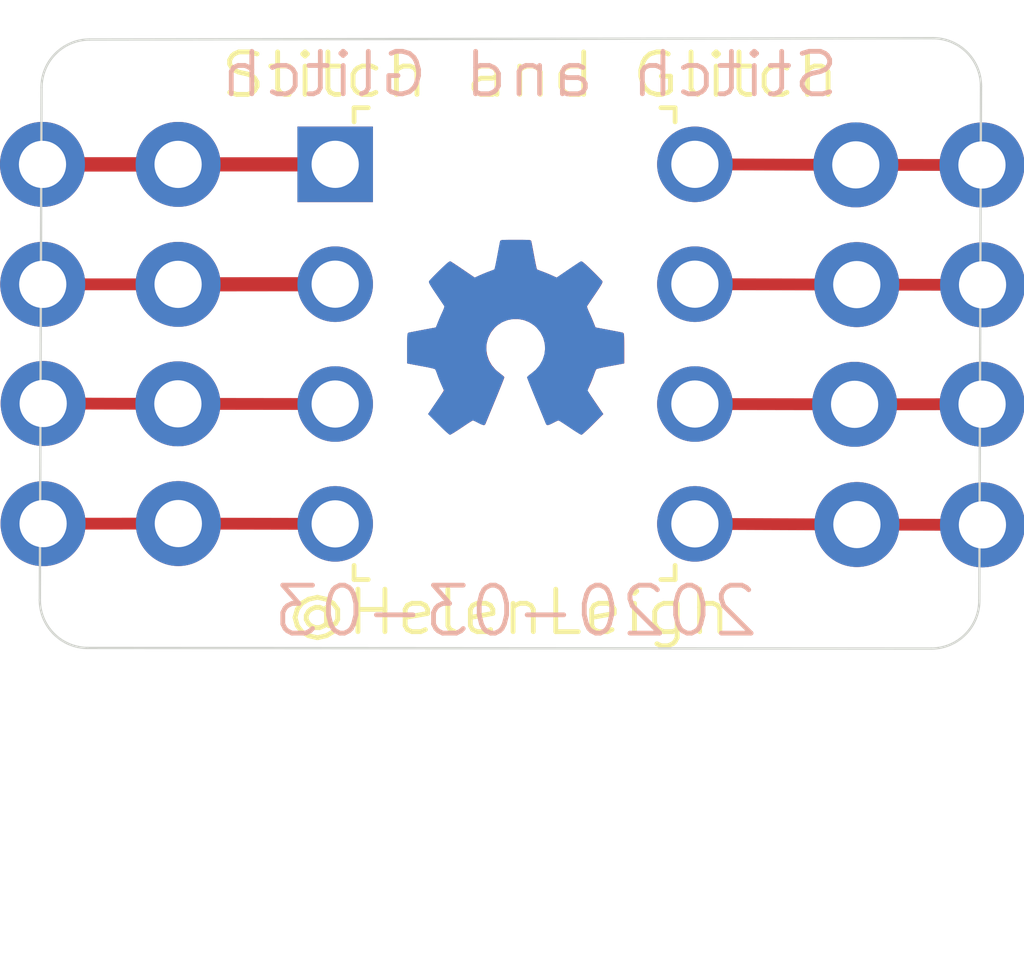
<source format=kicad_pcb>
(kicad_pcb (version 20200119) (host pcbnew "(5.99.0-1023-gd6706c257)")

  (general
    (thickness 1.6)
    (drawings 28)
    (tracks 16)
    (modules 19)
    (nets 7)
  )

  (page "A4")
  (layers
    (0 "F.Cu" signal)
    (31 "B.Cu" signal)
    (32 "B.Adhes" user)
    (33 "F.Adhes" user)
    (34 "B.Paste" user)
    (35 "F.Paste" user)
    (36 "B.SilkS" user)
    (37 "F.SilkS" user)
    (38 "B.Mask" user)
    (39 "F.Mask" user)
    (40 "Dwgs.User" user)
    (41 "Cmts.User" user)
    (42 "Eco1.User" user)
    (43 "Eco2.User" user)
    (44 "Edge.Cuts" user)
    (45 "Margin" user)
    (46 "B.CrtYd" user)
    (47 "F.CrtYd" user)
    (48 "B.Fab" user)
    (49 "F.Fab" user)
  )

  (setup
    (last_trace_width 0.25)
    (trace_clearance 0.2)
    (zone_clearance 0.508)
    (zone_45_only no)
    (trace_min 0.2)
    (via_size 0.8)
    (via_drill 0.4)
    (via_min_size 0.4)
    (via_min_drill 0.3)
    (uvia_size 0.3)
    (uvia_drill 0.1)
    (uvias_allowed no)
    (uvia_min_size 0.2)
    (uvia_min_drill 0.1)
    (max_error 0.005)
    (defaults
      (edge_clearance 0.01)
      (edge_cuts_line_width 0.05)
      (courtyard_line_width 0.05)
      (copper_line_width 0.2)
      (copper_text_dims (size 1.5 1.5) (thickness 0.3))
      (silk_line_width 0.12)
      (silk_text_dims (size 1 1) (thickness 0.15))
      (other_layers_line_width 0.1)
      (other_layers_text_dims (size 1 1) (thickness 0.15))
      (dimension_units 0)
      (dimension_precision 1)
    )
    (pad_size 1.524 1.524)
    (pad_drill 0.762)
    (pad_to_mask_clearance 0.051)
    (solder_mask_min_width 0.25)
    (aux_axis_origin 0 0)
    (visible_elements FFFFFF7F)
    (pcbplotparams
      (layerselection 0x010fc_ffffffff)
      (usegerberextensions false)
      (usegerberattributes false)
      (usegerberadvancedattributes false)
      (creategerberjobfile false)
      (excludeedgelayer true)
      (linewidth 0.100000)
      (plotframeref false)
      (viasonmask false)
      (mode 1)
      (useauxorigin false)
      (hpglpennumber 1)
      (hpglpenspeed 20)
      (hpglpendiameter 15.000000)
      (psnegative false)
      (psa4output false)
      (plotreference true)
      (plotvalue true)
      (plotinvisibletext false)
      (padsonsilk false)
      (subtractmaskfromsilk false)
      (outputformat 1)
      (mirror false)
      (drillshape 0)
      (scaleselection 1)
      (outputdirectory "")
    )
  )

  (net 0 "")
  (net 1 "Net-(J1-Pad1)")
  (net 2 "+3V3")
  (net 3 "Net-(J4-Pad1)")
  (net 4 "Net-(J15-Pad1)")
  (net 5 "GND")
  (net 6 "Net-(J11-Pad1)")

  (net_class "Default" "This is the default net class."
    (clearance 0.2)
    (trace_width 0.25)
    (via_dia 0.8)
    (via_drill 0.4)
    (uvia_dia 0.3)
    (uvia_drill 0.1)
    (add_net "+3V3")
    (add_net "GND")
    (add_net "Net-(J1-Pad1)")
    (add_net "Net-(J11-Pad1)")
    (add_net "Net-(J15-Pad1)")
    (add_net "Net-(J4-Pad1)")
  )

  (module "Symbol:OSHW-Logo2_7.3x6mm_Copper" (layer "B.Cu") (tedit 5E5E3F78) (tstamp 00000000-0000-0000-0000-00005e5e9a33)
    (at 118.97868 67.88404 180)
    (descr "Open Source Hardware Symbol")
    (tags "Logo Symbol OSHW")
    (attr virtual)
    (fp_text reference "REF**" (at 0 0) (layer "B.SilkS") hide
      (effects (font (size 1 1) (thickness 0.15)) (justify mirror))
    )
    (fp_text value "OSHW-Logo2_7.3x6mm_Copper" (at 0.75 0) (layer "B.Fab") hide
      (effects (font (size 1 1) (thickness 0.15)) (justify mirror))
    )
    (fp_poly (pts (xy 0.10391 2.757652) (xy 0.182454 2.757222) (xy 0.239298 2.756058) (xy 0.278105 2.753793)
      (xy 0.302538 2.75006) (xy 0.316262 2.744494) (xy 0.32294 2.736727) (xy 0.326236 2.726395)
      (xy 0.326556 2.725057) (xy 0.331562 2.700921) (xy 0.340829 2.653299) (xy 0.353392 2.587259)
      (xy 0.368287 2.507872) (xy 0.384551 2.420204) (xy 0.385119 2.417125) (xy 0.40141 2.331211)
      (xy 0.416652 2.255304) (xy 0.429861 2.193955) (xy 0.440054 2.151718) (xy 0.446248 2.133145)
      (xy 0.446543 2.132816) (xy 0.464788 2.123747) (xy 0.502405 2.108633) (xy 0.551271 2.090738)
      (xy 0.551543 2.090642) (xy 0.613093 2.067507) (xy 0.685657 2.038035) (xy 0.754057 2.008403)
      (xy 0.757294 2.006938) (xy 0.868702 1.956374) (xy 1.115399 2.12484) (xy 1.191077 2.176197)
      (xy 1.259631 2.222111) (xy 1.317088 2.25997) (xy 1.359476 2.287163) (xy 1.382825 2.301079)
      (xy 1.385042 2.302111) (xy 1.40201 2.297516) (xy 1.433701 2.275345) (xy 1.481352 2.234553)
      (xy 1.546198 2.174095) (xy 1.612397 2.109773) (xy 1.676214 2.046388) (xy 1.733329 1.988549)
      (xy 1.780305 1.939825) (xy 1.813703 1.90379) (xy 1.830085 1.884016) (xy 1.830694 1.882998)
      (xy 1.832505 1.869428) (xy 1.825683 1.847267) (xy 1.80854 1.813522) (xy 1.779393 1.7652)
      (xy 1.736555 1.699308) (xy 1.679448 1.614483) (xy 1.628766 1.539823) (xy 1.583461 1.47286)
      (xy 1.54615 1.417484) (xy 1.519452 1.37758) (xy 1.505985 1.357038) (xy 1.505137 1.355644)
      (xy 1.506781 1.335962) (xy 1.519245 1.297707) (xy 1.540048 1.248111) (xy 1.547462 1.232272)
      (xy 1.579814 1.16171) (xy 1.614328 1.081647) (xy 1.642365 1.012371) (xy 1.662568 0.960955)
      (xy 1.678615 0.921881) (xy 1.687888 0.901459) (xy 1.689041 0.899886) (xy 1.706096 0.897279)
      (xy 1.746298 0.890137) (xy 1.804302 0.879477) (xy 1.874763 0.866315) (xy 1.952335 0.851667)
      (xy 2.031672 0.836551) (xy 2.107431 0.821982) (xy 2.174264 0.808978) (xy 2.226828 0.798555)
      (xy 2.259776 0.79173) (xy 2.267857 0.789801) (xy 2.276205 0.785038) (xy 2.282506 0.774282)
      (xy 2.287045 0.753902) (xy 2.290104 0.720266) (xy 2.291967 0.669745) (xy 2.292918 0.598708)
      (xy 2.29324 0.503524) (xy 2.293257 0.464508) (xy 2.293257 0.147201) (xy 2.217057 0.132161)
      (xy 2.174663 0.124005) (xy 2.1114 0.112101) (xy 2.034962 0.097884) (xy 1.953043 0.08279)
      (xy 1.9304 0.078645) (xy 1.854806 0.063947) (xy 1.788953 0.049495) (xy 1.738366 0.036625)
      (xy 1.708574 0.026678) (xy 1.703612 0.023713) (xy 1.691426 0.002717) (xy 1.673953 -0.037967)
      (xy 1.654577 -0.090322) (xy 1.650734 -0.1016) (xy 1.625339 -0.171523) (xy 1.593817 -0.250418)
      (xy 1.562969 -0.321266) (xy 1.562817 -0.321595) (xy 1.511447 -0.432733) (xy 1.680399 -0.681253)
      (xy 1.849352 -0.929772) (xy 1.632429 -1.147058) (xy 1.566819 -1.211726) (xy 1.506979 -1.268733)
      (xy 1.456267 -1.315033) (xy 1.418046 -1.347584) (xy 1.395675 -1.363343) (xy 1.392466 -1.364343)
      (xy 1.373626 -1.356469) (xy 1.33518 -1.334578) (xy 1.28133 -1.301267) (xy 1.216276 -1.259131)
      (xy 1.14594 -1.211943) (xy 1.074555 -1.16381) (xy 1.010908 -1.121928) (xy 0.959041 -1.088871)
      (xy 0.922995 -1.067218) (xy 0.906867 -1.059543) (xy 0.887189 -1.066037) (xy 0.849875 -1.08315)
      (xy 0.802621 -1.107326) (xy 0.797612 -1.110013) (xy 0.733977 -1.141927) (xy 0.690341 -1.157579)
      (xy 0.663202 -1.157745) (xy 0.649057 -1.143204) (xy 0.648975 -1.143) (xy 0.641905 -1.125779)
      (xy 0.625042 -1.084899) (xy 0.599695 -1.023525) (xy 0.567171 -0.944819) (xy 0.528778 -0.851947)
      (xy 0.485822 -0.748072) (xy 0.444222 -0.647502) (xy 0.398504 -0.536516) (xy 0.356526 -0.433703)
      (xy 0.319548 -0.342215) (xy 0.288827 -0.265201) (xy 0.265622 -0.205815) (xy 0.25119 -0.167209)
      (xy 0.246743 -0.1528) (xy 0.257896 -0.136272) (xy 0.287069 -0.10993) (xy 0.325971 -0.080887)
      (xy 0.436757 0.010961) (xy 0.523351 0.116241) (xy 0.584716 0.232734) (xy 0.619815 0.358224)
      (xy 0.627608 0.490493) (xy 0.621943 0.551543) (xy 0.591078 0.678205) (xy 0.53792 0.790059)
      (xy 0.465767 0.885999) (xy 0.377917 0.964924) (xy 0.277665 1.02573) (xy 0.16831 1.067313)
      (xy 0.053147 1.088572) (xy -0.064525 1.088401) (xy -0.18141 1.065699) (xy -0.294211 1.019362)
      (xy -0.399631 0.948287) (xy -0.443632 0.908089) (xy -0.528021 0.804871) (xy -0.586778 0.692075)
      (xy -0.620296 0.57299) (xy -0.628965 0.450905) (xy -0.613177 0.329107) (xy -0.573322 0.210884)
      (xy -0.509793 0.099525) (xy -0.422979 -0.001684) (xy -0.325971 -0.080887) (xy -0.285563 -0.111162)
      (xy -0.257018 -0.137219) (xy -0.246743 -0.152825) (xy -0.252123 -0.169843) (xy -0.267425 -0.2105)
      (xy -0.291388 -0.271642) (xy -0.322756 -0.350119) (xy -0.360268 -0.44278) (xy -0.402667 -0.546472)
      (xy -0.444337 -0.647526) (xy -0.49031 -0.758607) (xy -0.532893 -0.861541) (xy -0.570779 -0.953165)
      (xy -0.60266 -1.030316) (xy -0.627229 -1.089831) (xy -0.64318 -1.128544) (xy -0.64909 -1.143)
      (xy -0.663052 -1.157685) (xy -0.69006 -1.157642) (xy -0.733587 -1.142099) (xy -0.79711 -1.110284)
      (xy -0.797612 -1.110013) (xy -0.84544 -1.085323) (xy -0.884103 -1.067338) (xy -0.905905 -1.059614)
      (xy -0.906867 -1.059543) (xy -0.923279 -1.067378) (xy -0.959513 -1.089165) (xy -1.011526 -1.122328)
      (xy -1.075275 -1.164291) (xy -1.14594 -1.211943) (xy -1.217884 -1.260191) (xy -1.282726 -1.302151)
      (xy -1.336265 -1.335227) (xy -1.374303 -1.356821) (xy -1.392467 -1.364343) (xy -1.409192 -1.354457)
      (xy -1.44282 -1.326826) (xy -1.48999 -1.284495) (xy -1.547342 -1.230505) (xy -1.611516 -1.167899)
      (xy -1.632503 -1.146983) (xy -1.849501 -0.929623) (xy -1.684332 -0.68722) (xy -1.634136 -0.612781)
      (xy -1.590081 -0.545972) (xy -1.554638 -0.490665) (xy -1.530281 -0.450729) (xy -1.519478 -0.430036)
      (xy -1.519162 -0.428563) (xy -1.524857 -0.409058) (xy -1.540174 -0.369822) (xy -1.562463 -0.31743)
      (xy -1.578107 -0.282355) (xy -1.607359 -0.215201) (xy -1.634906 -0.147358) (xy -1.656263 -0.090034)
      (xy -1.662065 -0.072572) (xy -1.678548 -0.025938) (xy -1.69466 0.010095) (xy -1.70351 0.023713)
      (xy -1.72304 0.032048) (xy -1.765666 0.043863) (xy -1.825855 0.057819) (xy -1.898078 0.072578)
      (xy -1.9304 0.078645) (xy -2.012478 0.093727) (xy -2.091205 0.108331) (xy -2.158891 0.12102)
      (xy -2.20784 0.130358) (xy -2.217057 0.132161) (xy -2.293257 0.147201) (xy -2.293257 0.464508)
      (xy -2.293086 0.568846) (xy -2.292384 0.647787) (xy -2.290866 0.704962) (xy -2.288251 0.744001)
      (xy -2.284254 0.768535) (xy -2.278591 0.782195) (xy -2.27098 0.788611) (xy -2.267857 0.789801)
      (xy -2.249022 0.79402) (xy -2.207412 0.802438) (xy -2.14837 0.814039) (xy -2.077243 0.827805)
      (xy -1.999375 0.84272) (xy -1.920113 0.857768) (xy -1.844802 0.871931) (xy -1.778787 0.884194)
      (xy -1.727413 0.893539) (xy -1.696025 0.89895) (xy -1.689041 0.899886) (xy -1.682715 0.912404)
      (xy -1.66871 0.945754) (xy -1.649645 0.993623) (xy -1.642366 1.012371) (xy -1.613004 1.084805)
      (xy -1.578429 1.16483) (xy -1.547463 1.232272) (xy -1.524677 1.283841) (xy -1.509518 1.326215)
      (xy -1.504458 1.352166) (xy -1.505264 1.355644) (xy -1.515959 1.372064) (xy -1.54038 1.408583)
      (xy -1.575905 1.461313) (xy -1.619913 1.526365) (xy -1.669783 1.599849) (xy -1.679644 1.614355)
      (xy -1.737508 1.700296) (xy -1.780044 1.765739) (xy -1.808946 1.813696) (xy -1.82591 1.84718)
      (xy -1.832633 1.869205) (xy -1.83081 1.882783) (xy -1.830764 1.882869) (xy -1.816414 1.900703)
      (xy -1.784677 1.935183) (xy -1.73899 1.982732) (xy -1.682796 2.039778) (xy -1.619532 2.102745)
      (xy -1.612398 2.109773) (xy -1.53267 2.18698) (xy -1.471143 2.24367) (xy -1.426579 2.28089)
      (xy -1.397743 2.299685) (xy -1.385042 2.302111) (xy -1.366506 2.291529) (xy -1.328039 2.267084)
      (xy -1.273614 2.231388) (xy -1.207202 2.187053) (xy -1.132775 2.136689) (xy -1.115399 2.12484)
      (xy -0.868703 1.956374) (xy -0.757294 2.006938) (xy -0.689543 2.036405) (xy -0.616817 2.066041)
      (xy -0.554297 2.08967) (xy -0.551543 2.090642) (xy -0.50264 2.108543) (xy -0.464943 2.12368)
      (xy -0.446575 2.13279) (xy -0.446544 2.132816) (xy -0.440715 2.149283) (xy -0.430808 2.189781)
      (xy -0.417805 2.249758) (xy -0.402691 2.32466) (xy -0.386448 2.409936) (xy -0.385119 2.417125)
      (xy -0.368825 2.504986) (xy -0.353867 2.58474) (xy -0.341209 2.651319) (xy -0.331814 2.699653)
      (xy -0.326646 2.724675) (xy -0.326556 2.725057) (xy -0.323411 2.735701) (xy -0.317296 2.743738)
      (xy -0.304547 2.749533) (xy -0.2815 2.753453) (xy -0.244491 2.755865) (xy -0.189856 2.757135)
      (xy -0.113933 2.757629) (xy -0.013056 2.757714) (xy 0 2.757714) (xy 0.10391 2.757652)) (layer "B.Cu") (width 0.01))
  )

  (module "Symbol:OSHW-Logo2_7.3x6mm_Copper" (layer "F.Cu") (tedit 5E5E3F78) (tstamp 00000000-0000-0000-0000-00005e5e99ab)
    (at 118.98122 67.88404)
    (descr "Open Source Hardware Symbol")
    (tags "Logo Symbol OSHW")
    (attr virtual)
    (fp_text reference "REF**" (at 0 0) (layer "F.SilkS") hide
      (effects (font (size 1 1) (thickness 0.15)))
    )
    (fp_text value "OSHW-Logo2_7.3x6mm_Copper" (at 0.75 0) (layer "F.Fab") hide
      (effects (font (size 1 1) (thickness 0.15)))
    )
    (fp_poly (pts (xy 0.10391 -2.757652) (xy 0.182454 -2.757222) (xy 0.239298 -2.756058) (xy 0.278105 -2.753793)
      (xy 0.302538 -2.75006) (xy 0.316262 -2.744494) (xy 0.32294 -2.736727) (xy 0.326236 -2.726395)
      (xy 0.326556 -2.725057) (xy 0.331562 -2.700921) (xy 0.340829 -2.653299) (xy 0.353392 -2.587259)
      (xy 0.368287 -2.507872) (xy 0.384551 -2.420204) (xy 0.385119 -2.417125) (xy 0.40141 -2.331211)
      (xy 0.416652 -2.255304) (xy 0.429861 -2.193955) (xy 0.440054 -2.151718) (xy 0.446248 -2.133145)
      (xy 0.446543 -2.132816) (xy 0.464788 -2.123747) (xy 0.502405 -2.108633) (xy 0.551271 -2.090738)
      (xy 0.551543 -2.090642) (xy 0.613093 -2.067507) (xy 0.685657 -2.038035) (xy 0.754057 -2.008403)
      (xy 0.757294 -2.006938) (xy 0.868702 -1.956374) (xy 1.115399 -2.12484) (xy 1.191077 -2.176197)
      (xy 1.259631 -2.222111) (xy 1.317088 -2.25997) (xy 1.359476 -2.287163) (xy 1.382825 -2.301079)
      (xy 1.385042 -2.302111) (xy 1.40201 -2.297516) (xy 1.433701 -2.275345) (xy 1.481352 -2.234553)
      (xy 1.546198 -2.174095) (xy 1.612397 -2.109773) (xy 1.676214 -2.046388) (xy 1.733329 -1.988549)
      (xy 1.780305 -1.939825) (xy 1.813703 -1.90379) (xy 1.830085 -1.884016) (xy 1.830694 -1.882998)
      (xy 1.832505 -1.869428) (xy 1.825683 -1.847267) (xy 1.80854 -1.813522) (xy 1.779393 -1.7652)
      (xy 1.736555 -1.699308) (xy 1.679448 -1.614483) (xy 1.628766 -1.539823) (xy 1.583461 -1.47286)
      (xy 1.54615 -1.417484) (xy 1.519452 -1.37758) (xy 1.505985 -1.357038) (xy 1.505137 -1.355644)
      (xy 1.506781 -1.335962) (xy 1.519245 -1.297707) (xy 1.540048 -1.248111) (xy 1.547462 -1.232272)
      (xy 1.579814 -1.16171) (xy 1.614328 -1.081647) (xy 1.642365 -1.012371) (xy 1.662568 -0.960955)
      (xy 1.678615 -0.921881) (xy 1.687888 -0.901459) (xy 1.689041 -0.899886) (xy 1.706096 -0.897279)
      (xy 1.746298 -0.890137) (xy 1.804302 -0.879477) (xy 1.874763 -0.866315) (xy 1.952335 -0.851667)
      (xy 2.031672 -0.836551) (xy 2.107431 -0.821982) (xy 2.174264 -0.808978) (xy 2.226828 -0.798555)
      (xy 2.259776 -0.79173) (xy 2.267857 -0.789801) (xy 2.276205 -0.785038) (xy 2.282506 -0.774282)
      (xy 2.287045 -0.753902) (xy 2.290104 -0.720266) (xy 2.291967 -0.669745) (xy 2.292918 -0.598708)
      (xy 2.29324 -0.503524) (xy 2.293257 -0.464508) (xy 2.293257 -0.147201) (xy 2.217057 -0.132161)
      (xy 2.174663 -0.124005) (xy 2.1114 -0.112101) (xy 2.034962 -0.097884) (xy 1.953043 -0.08279)
      (xy 1.9304 -0.078645) (xy 1.854806 -0.063947) (xy 1.788953 -0.049495) (xy 1.738366 -0.036625)
      (xy 1.708574 -0.026678) (xy 1.703612 -0.023713) (xy 1.691426 -0.002717) (xy 1.673953 0.037967)
      (xy 1.654577 0.090322) (xy 1.650734 0.1016) (xy 1.625339 0.171523) (xy 1.593817 0.250418)
      (xy 1.562969 0.321266) (xy 1.562817 0.321595) (xy 1.511447 0.432733) (xy 1.680399 0.681253)
      (xy 1.849352 0.929772) (xy 1.632429 1.147058) (xy 1.566819 1.211726) (xy 1.506979 1.268733)
      (xy 1.456267 1.315033) (xy 1.418046 1.347584) (xy 1.395675 1.363343) (xy 1.392466 1.364343)
      (xy 1.373626 1.356469) (xy 1.33518 1.334578) (xy 1.28133 1.301267) (xy 1.216276 1.259131)
      (xy 1.14594 1.211943) (xy 1.074555 1.16381) (xy 1.010908 1.121928) (xy 0.959041 1.088871)
      (xy 0.922995 1.067218) (xy 0.906867 1.059543) (xy 0.887189 1.066037) (xy 0.849875 1.08315)
      (xy 0.802621 1.107326) (xy 0.797612 1.110013) (xy 0.733977 1.141927) (xy 0.690341 1.157579)
      (xy 0.663202 1.157745) (xy 0.649057 1.143204) (xy 0.648975 1.143) (xy 0.641905 1.125779)
      (xy 0.625042 1.084899) (xy 0.599695 1.023525) (xy 0.567171 0.944819) (xy 0.528778 0.851947)
      (xy 0.485822 0.748072) (xy 0.444222 0.647502) (xy 0.398504 0.536516) (xy 0.356526 0.433703)
      (xy 0.319548 0.342215) (xy 0.288827 0.265201) (xy 0.265622 0.205815) (xy 0.25119 0.167209)
      (xy 0.246743 0.1528) (xy 0.257896 0.136272) (xy 0.287069 0.10993) (xy 0.325971 0.080887)
      (xy 0.436757 -0.010961) (xy 0.523351 -0.116241) (xy 0.584716 -0.232734) (xy 0.619815 -0.358224)
      (xy 0.627608 -0.490493) (xy 0.621943 -0.551543) (xy 0.591078 -0.678205) (xy 0.53792 -0.790059)
      (xy 0.465767 -0.885999) (xy 0.377917 -0.964924) (xy 0.277665 -1.02573) (xy 0.16831 -1.067313)
      (xy 0.053147 -1.088572) (xy -0.064525 -1.088401) (xy -0.18141 -1.065699) (xy -0.294211 -1.019362)
      (xy -0.399631 -0.948287) (xy -0.443632 -0.908089) (xy -0.528021 -0.804871) (xy -0.586778 -0.692075)
      (xy -0.620296 -0.57299) (xy -0.628965 -0.450905) (xy -0.613177 -0.329107) (xy -0.573322 -0.210884)
      (xy -0.509793 -0.099525) (xy -0.422979 0.001684) (xy -0.325971 0.080887) (xy -0.285563 0.111162)
      (xy -0.257018 0.137219) (xy -0.246743 0.152825) (xy -0.252123 0.169843) (xy -0.267425 0.2105)
      (xy -0.291388 0.271642) (xy -0.322756 0.350119) (xy -0.360268 0.44278) (xy -0.402667 0.546472)
      (xy -0.444337 0.647526) (xy -0.49031 0.758607) (xy -0.532893 0.861541) (xy -0.570779 0.953165)
      (xy -0.60266 1.030316) (xy -0.627229 1.089831) (xy -0.64318 1.128544) (xy -0.64909 1.143)
      (xy -0.663052 1.157685) (xy -0.69006 1.157642) (xy -0.733587 1.142099) (xy -0.79711 1.110284)
      (xy -0.797612 1.110013) (xy -0.84544 1.085323) (xy -0.884103 1.067338) (xy -0.905905 1.059614)
      (xy -0.906867 1.059543) (xy -0.923279 1.067378) (xy -0.959513 1.089165) (xy -1.011526 1.122328)
      (xy -1.075275 1.164291) (xy -1.14594 1.211943) (xy -1.217884 1.260191) (xy -1.282726 1.302151)
      (xy -1.336265 1.335227) (xy -1.374303 1.356821) (xy -1.392467 1.364343) (xy -1.409192 1.354457)
      (xy -1.44282 1.326826) (xy -1.48999 1.284495) (xy -1.547342 1.230505) (xy -1.611516 1.167899)
      (xy -1.632503 1.146983) (xy -1.849501 0.929623) (xy -1.684332 0.68722) (xy -1.634136 0.612781)
      (xy -1.590081 0.545972) (xy -1.554638 0.490665) (xy -1.530281 0.450729) (xy -1.519478 0.430036)
      (xy -1.519162 0.428563) (xy -1.524857 0.409058) (xy -1.540174 0.369822) (xy -1.562463 0.31743)
      (xy -1.578107 0.282355) (xy -1.607359 0.215201) (xy -1.634906 0.147358) (xy -1.656263 0.090034)
      (xy -1.662065 0.072572) (xy -1.678548 0.025938) (xy -1.69466 -0.010095) (xy -1.70351 -0.023713)
      (xy -1.72304 -0.032048) (xy -1.765666 -0.043863) (xy -1.825855 -0.057819) (xy -1.898078 -0.072578)
      (xy -1.9304 -0.078645) (xy -2.012478 -0.093727) (xy -2.091205 -0.108331) (xy -2.158891 -0.12102)
      (xy -2.20784 -0.130358) (xy -2.217057 -0.132161) (xy -2.293257 -0.147201) (xy -2.293257 -0.464508)
      (xy -2.293086 -0.568846) (xy -2.292384 -0.647787) (xy -2.290866 -0.704962) (xy -2.288251 -0.744001)
      (xy -2.284254 -0.768535) (xy -2.278591 -0.782195) (xy -2.27098 -0.788611) (xy -2.267857 -0.789801)
      (xy -2.249022 -0.79402) (xy -2.207412 -0.802438) (xy -2.14837 -0.814039) (xy -2.077243 -0.827805)
      (xy -1.999375 -0.84272) (xy -1.920113 -0.857768) (xy -1.844802 -0.871931) (xy -1.778787 -0.884194)
      (xy -1.727413 -0.893539) (xy -1.696025 -0.89895) (xy -1.689041 -0.899886) (xy -1.682715 -0.912404)
      (xy -1.66871 -0.945754) (xy -1.649645 -0.993623) (xy -1.642366 -1.012371) (xy -1.613004 -1.084805)
      (xy -1.578429 -1.16483) (xy -1.547463 -1.232272) (xy -1.524677 -1.283841) (xy -1.509518 -1.326215)
      (xy -1.504458 -1.352166) (xy -1.505264 -1.355644) (xy -1.515959 -1.372064) (xy -1.54038 -1.408583)
      (xy -1.575905 -1.461313) (xy -1.619913 -1.526365) (xy -1.669783 -1.599849) (xy -1.679644 -1.614355)
      (xy -1.737508 -1.700296) (xy -1.780044 -1.765739) (xy -1.808946 -1.813696) (xy -1.82591 -1.84718)
      (xy -1.832633 -1.869205) (xy -1.83081 -1.882783) (xy -1.830764 -1.882869) (xy -1.816414 -1.900703)
      (xy -1.784677 -1.935183) (xy -1.73899 -1.982732) (xy -1.682796 -2.039778) (xy -1.619532 -2.102745)
      (xy -1.612398 -2.109773) (xy -1.53267 -2.18698) (xy -1.471143 -2.24367) (xy -1.426579 -2.28089)
      (xy -1.397743 -2.299685) (xy -1.385042 -2.302111) (xy -1.366506 -2.291529) (xy -1.328039 -2.267084)
      (xy -1.273614 -2.231388) (xy -1.207202 -2.187053) (xy -1.132775 -2.136689) (xy -1.115399 -2.12484)
      (xy -0.868703 -1.956374) (xy -0.757294 -2.006938) (xy -0.689543 -2.036405) (xy -0.616817 -2.066041)
      (xy -0.554297 -2.08967) (xy -0.551543 -2.090642) (xy -0.50264 -2.108543) (xy -0.464943 -2.12368)
      (xy -0.446575 -2.13279) (xy -0.446544 -2.132816) (xy -0.440715 -2.149283) (xy -0.430808 -2.189781)
      (xy -0.417805 -2.249758) (xy -0.402691 -2.32466) (xy -0.386448 -2.409936) (xy -0.385119 -2.417125)
      (xy -0.368825 -2.504986) (xy -0.353867 -2.58474) (xy -0.341209 -2.651319) (xy -0.331814 -2.699653)
      (xy -0.326646 -2.724675) (xy -0.326556 -2.725057) (xy -0.323411 -2.735701) (xy -0.317296 -2.743738)
      (xy -0.304547 -2.749533) (xy -0.2815 -2.753453) (xy -0.244491 -2.755865) (xy -0.189856 -2.757135)
      (xy -0.113933 -2.757629) (xy -0.013056 -2.757714) (xy 0 -2.757714) (xy 0.10391 -2.757652)) (layer "F.Cu") (width 0.01))
  )

  (module "touch:hole30AWG" (layer "F.Cu") (tedit 5E5E3EAF) (tstamp 00000000-0000-0000-0000-00005e3cdedf)
    (at 111.82858 63.52286)
    (path "/00000000-0000-0000-0000-00005e3e8a2f")
    (fp_text reference "J8" (at 0.22844 1.69934) (layer "F.SilkS") hide
      (effects (font (size 1 1) (thickness 0.15)))
    )
    (fp_text value "Conn_01x01_Female" (at 0 -0.5) (layer "F.Fab") hide
      (effects (font (size 1 1) (thickness 0.15)))
    )
    (pad "1" thru_hole circle (at 0 0) (size 1.8 1.8) (drill 1) (layers *.Cu *.Mask)
      (net 4 "Net-(J15-Pad1)"))
  )

  (module "touch:hole30AWG" (layer "F.Cu") (tedit 5E5E3EAF) (tstamp 00000000-0000-0000-0000-00005e3ce0cd)
    (at 111.83366 71.13524)
    (path "/00000000-0000-0000-0000-00005e3e592b")
    (fp_text reference "J16" (at 0 0.5) (layer "F.SilkS") hide
      (effects (font (size 1 1) (thickness 0.15)))
    )
    (fp_text value "Conn_01x01_Female" (at 0 -0.5) (layer "F.Fab") hide
      (effects (font (size 1 1) (thickness 0.15)))
    )
    (pad "1" thru_hole circle (at 0 0) (size 1.8 1.8) (drill 1) (layers *.Cu *.Mask)
      (net 5 "GND"))
  )

  (module "touch:hole30AWG" (layer "F.Cu") (tedit 5E5E3EAF) (tstamp 00000000-0000-0000-0000-00005e3cdf02)
    (at 108.95584 63.52286)
    (path "/00000000-0000-0000-0000-00005e3e48e9")
    (fp_text reference "J15" (at 0 0.5) (layer "F.SilkS") hide
      (effects (font (size 1 1) (thickness 0.15)))
    )
    (fp_text value "Conn_01x01_Female" (at 0 -0.5) (layer "F.Fab") hide
      (effects (font (size 1 1) (thickness 0.15)))
    )
    (pad "1" thru_hole circle (at 0 0) (size 1.8 1.8) (drill 1) (layers *.Cu *.Mask)
      (net 4 "Net-(J15-Pad1)"))
  )

  (module "touch:hole30AWG" (layer "F.Cu") (tedit 5E5E3EAF) (tstamp 00000000-0000-0000-0000-00005e3ce18c)
    (at 128.85674 63.53556)
    (path "/00000000-0000-0000-0000-00005e3e3a13")
    (fp_text reference "J14" (at 0 0.5) (layer "F.SilkS") hide
      (effects (font (size 1 1) (thickness 0.15)))
    )
    (fp_text value "Conn_01x01_Female" (at 0 -0.5) (layer "F.Fab") hide
      (effects (font (size 1 1) (thickness 0.15)))
    )
    (pad "1" thru_hole circle (at 0 0) (size 1.8 1.8) (drill 1) (layers *.Cu *.Mask)
      (net 6 "Net-(J11-Pad1)"))
  )

  (module "touch:hole30AWG" (layer "F.Cu") (tedit 5E5E3EAF) (tstamp 00000000-0000-0000-0000-00005e3cdef8)
    (at 108.96092 66.0654)
    (path "/00000000-0000-0000-0000-00005e3f8aa9")
    (fp_text reference "J13" (at 0 0.5) (layer "F.SilkS") hide
      (effects (font (size 1 1) (thickness 0.15)))
    )
    (fp_text value "Conn_01x01_Female" (at 0 -0.5) (layer "F.Fab") hide
      (effects (font (size 1 1) (thickness 0.15)))
    )
    (pad "1" thru_hole circle (at 0 0) (size 1.8 1.8) (drill 1) (layers *.Cu *.Mask)
      (net 5 "GND"))
  )

  (module "touch:hole30AWG" (layer "F.Cu") (tedit 5E5E3EAF) (tstamp 00000000-0000-0000-0000-00005e3ce12d)
    (at 108.96854 71.13778)
    (path "/00000000-0000-0000-0000-00005e3fefa9")
    (fp_text reference "J12" (at 0 0.5) (layer "F.SilkS") hide
      (effects (font (size 1 1) (thickness 0.15)))
    )
    (fp_text value "Conn_01x01_Female" (at 0 -0.5) (layer "F.Fab") hide
      (effects (font (size 1 1) (thickness 0.15)))
    )
    (pad "1" thru_hole circle (at 0 0) (size 1.8 1.8) (drill 1) (layers *.Cu *.Mask)
      (net 5 "GND"))
  )

  (module "touch:hole30AWG" (layer "F.Cu") (tedit 5E5E3EAF) (tstamp 00000000-0000-0000-0000-00005e3ce0e7)
    (at 126.18466 63.53302)
    (path "/00000000-0000-0000-0000-00005e3e7d8b")
    (fp_text reference "J11" (at 0 0.5) (layer "F.SilkS") hide
      (effects (font (size 1 1) (thickness 0.15)))
    )
    (fp_text value "Conn_01x01_Female" (at 0 -0.5) (layer "F.Fab") hide
      (effects (font (size 1 1) (thickness 0.15)))
    )
    (pad "1" thru_hole circle (at 0 0) (size 1.8 1.8) (drill 1) (layers *.Cu *.Mask)
      (net 6 "Net-(J11-Pad1)"))
  )

  (module "touch:hole30AWG" (layer "F.Cu") (tedit 5E5E3EAF) (tstamp 00000000-0000-0000-0000-00005e3cdee9)
    (at 111.82858 66.0654)
    (path "/00000000-0000-0000-0000-00005e3ea8a5")
    (fp_text reference "J10" (at 0 0.5) (layer "F.SilkS") hide
      (effects (font (size 1 1) (thickness 0.15)))
    )
    (fp_text value "Conn_01x01_Female" (at 0 -0.5) (layer "F.Fab") hide
      (effects (font (size 1 1) (thickness 0.15)))
    )
    (pad "1" thru_hole circle (at 0 0) (size 1.8 1.8) (drill 1) (layers *.Cu *.Mask)
      (net 5 "GND"))
  )

  (module "touch:hole30AWG" (layer "F.Cu") (tedit 5E5E3EAF) (tstamp 00000000-0000-0000-0000-00005e3ce100)
    (at 126.20752 71.15556)
    (path "/00000000-0000-0000-0000-00005e3e60bc")
    (fp_text reference "J9" (at 0 0.5) (layer "F.SilkS") hide
      (effects (font (size 1 1) (thickness 0.15)))
    )
    (fp_text value "Conn_01x01_Female" (at 0 -0.5) (layer "F.Fab") hide
      (effects (font (size 1 1) (thickness 0.15)))
    )
    (pad "1" thru_hole circle (at 0 0) (size 1.8 1.8) (drill 1) (layers *.Cu *.Mask)
      (net 3 "Net-(J4-Pad1)"))
  )

  (module "touch:hole30AWG" (layer "F.Cu") (tedit 5E5E3EAF) (tstamp 00000000-0000-0000-0000-00005e3cdeda)
    (at 126.15926 68.60794)
    (path "/00000000-0000-0000-0000-00005e3fbdb9")
    (fp_text reference "J7" (at 0 0.5) (layer "F.SilkS") hide
      (effects (font (size 1 1) (thickness 0.15)))
    )
    (fp_text value "Conn_01x01_Female" (at 0 -0.5) (layer "F.Fab") hide
      (effects (font (size 1 1) (thickness 0.15)))
    )
    (pad "1" thru_hole circle (at 0 0) (size 1.8 1.8) (drill 1) (layers *.Cu *.Mask)
      (net 2 "+3V3"))
  )

  (module "touch:hole30AWG" (layer "F.Cu") (tedit 5E5E3EAF) (tstamp 00000000-0000-0000-0000-00005e3cded5)
    (at 111.8235 68.59778)
    (path "/00000000-0000-0000-0000-00005e3fe06c")
    (fp_text reference "J6" (at 0 0.5) (layer "F.SilkS") hide
      (effects (font (size 1 1) (thickness 0.15)))
    )
    (fp_text value "Conn_01x01_Female" (at 0 -0.5) (layer "F.Fab") hide
      (effects (font (size 1 1) (thickness 0.15)))
    )
    (pad "1" thru_hole circle (at 0 0) (size 1.8 1.8) (drill 1) (layers *.Cu *.Mask)
      (net 2 "+3V3"))
  )

  (module "touch:hole30AWG" (layer "F.Cu") (tedit 5E5E3EAF) (tstamp 00000000-0000-0000-0000-00005e3cded0)
    (at 108.97108 68.59016)
    (path "/00000000-0000-0000-0000-00005e3f5d29")
    (fp_text reference "J5" (at 0 0.5) (layer "F.SilkS") hide
      (effects (font (size 1 1) (thickness 0.15)))
    )
    (fp_text value "Conn_01x01_Female" (at 0 -0.5) (layer "F.Fab") hide
      (effects (font (size 1 1) (thickness 0.15)))
    )
    (pad "1" thru_hole circle (at 0 0) (size 1.8 1.8) (drill 1) (layers *.Cu *.Mask)
      (net 2 "+3V3"))
  )

  (module "touch:hole30AWG" (layer "F.Cu") (tedit 5E5E3EAF) (tstamp 00000000-0000-0000-0000-00005e3cdecb)
    (at 128.8669 71.16318)
    (path "/00000000-0000-0000-0000-00005e3c91bc")
    (fp_text reference "J4" (at 0 0.5) (layer "F.SilkS") hide
      (effects (font (size 1 1) (thickness 0.15)))
    )
    (fp_text value "Conn_01x01_Female" (at 0 -0.5) (layer "F.Fab") hide
      (effects (font (size 1 1) (thickness 0.15)))
    )
    (pad "1" thru_hole circle (at 0 0) (size 1.8 1.8) (drill 1) (layers *.Cu *.Mask)
      (net 3 "Net-(J4-Pad1)"))
  )

  (module "touch:hole30AWG" (layer "F.Cu") (tedit 5E5E3EAF) (tstamp 00000000-0000-0000-0000-00005e3ce31e)
    (at 128.86944 66.07556)
    (path "/00000000-0000-0000-0000-00005e3f028f")
    (fp_text reference "J3" (at 0 0.5) (layer "F.SilkS") hide
      (effects (font (size 1 1) (thickness 0.15)))
    )
    (fp_text value "Conn_01x01_Female" (at 0 -0.5) (layer "F.Fab") hide
      (effects (font (size 1 1) (thickness 0.15)))
    )
    (pad "1" thru_hole circle (at 0 0) (size 1.8 1.8) (drill 1) (layers *.Cu *.Mask)
      (net 1 "Net-(J1-Pad1)"))
  )

  (module "touch:hole30AWG" (layer "F.Cu") (tedit 5E5E3EAF) (tstamp 00000000-0000-0000-0000-00005e3ce3c0)
    (at 128.85928 68.6054)
    (path "/00000000-0000-0000-0000-00005e3f11c6")
    (fp_text reference "J2" (at 0 0.5) (layer "F.SilkS") hide
      (effects (font (size 1 1) (thickness 0.15)))
    )
    (fp_text value "Conn_01x01_Female" (at 0 -0.5) (layer "F.Fab") hide
      (effects (font (size 1 1) (thickness 0.15)))
    )
    (pad "1" thru_hole circle (at 0 0) (size 1.8 1.8) (drill 1) (layers *.Cu *.Mask)
      (net 2 "+3V3"))
  )

  (module "touch:hole30AWG" (layer "F.Cu") (tedit 5E5E3EAF) (tstamp 00000000-0000-0000-0000-00005e3cdebc)
    (at 126.20498 66.07048)
    (path "/00000000-0000-0000-0000-00005e3ebff9")
    (fp_text reference "J1" (at 0 0.5) (layer "F.SilkS") hide
      (effects (font (size 1 1) (thickness 0.15)))
    )
    (fp_text value "Conn_01x01_Female" (at 0 -0.5) (layer "F.Fab") hide
      (effects (font (size 1 1) (thickness 0.15)))
    )
    (pad "1" thru_hole circle (at 0 0) (size 1.8 1.8) (drill 1) (layers *.Cu *.Mask)
      (net 1 "Net-(J1-Pad1)"))
  )

  (module "digikey-footprints:DIP-8_W7.62mm" (layer "F.Cu") (tedit 5B86B3A2) (tstamp 00000000-0000-0000-0000-00005e3cdf24)
    (at 115.156161 63.521741)
    (descr "http://media.digikey.com/pdf/Data%20Sheets/Lite-On%20PDFs/6N137%20Series.pdf")
    (path "/00000000-0000-0000-0000-00005e3c859c")
    (fp_text reference "U1" (at 4.05 -2.52) (layer "F.SilkS") hide
      (effects (font (size 1 1) (thickness 0.15)))
    )
    (fp_text value "LM386" (at 3.94 10.33) (layer "F.Fab") hide
      (effects (font (size 1 1) (thickness 0.15)))
    )
    (fp_text user "REF**" (at 3.94 3.49) (layer "F.Fab") hide
      (effects (font (size 1 1) (thickness 0.1)))
    )
    (fp_line (start 0.55 -1.04) (end 0.55 8.64) (layer "F.Fab") (width 0.1))
    (fp_line (start 7.05 -1.04) (end 7.05 8.64) (layer "F.Fab") (width 0.1))
    (fp_line (start 0.55 -1.04) (end 7.05 -1.04) (layer "F.Fab") (width 0.1))
    (fp_line (start 0.55 8.64) (end 7.05 8.64) (layer "F.Fab") (width 0.1))
    (fp_line (start 0.4 8.8) (end 0.7 8.8) (layer "F.SilkS") (width 0.1))
    (fp_line (start 0.4 8.5) (end 0.4 8.8) (layer "F.SilkS") (width 0.1))
    (fp_line (start 7.2 8.8) (end 6.9 8.8) (layer "F.SilkS") (width 0.1))
    (fp_line (start 7.2 8.5) (end 7.2 8.8) (layer "F.SilkS") (width 0.1))
    (fp_line (start 7.2 -1.2) (end 6.9 -1.2) (layer "F.SilkS") (width 0.1))
    (fp_line (start 7.2 -0.9) (end 7.2 -1.2) (layer "F.SilkS") (width 0.1))
    (fp_line (start 0.4 -1.2) (end 0.7 -1.2) (layer "F.SilkS") (width 0.1))
    (fp_line (start 0.4 -0.9) (end 0.4 -1.2) (layer "F.SilkS") (width 0.1))
    (fp_line (start -1.05 -1.29) (end 8.67 -1.29) (layer "F.CrtYd") (width 0.1))
    (fp_line (start 8.67 -1.29) (end 8.67 8.89) (layer "F.CrtYd") (width 0.1))
    (fp_line (start -1.05 -1.29) (end -1.05 8.89) (layer "F.CrtYd") (width 0.1))
    (fp_line (start -1.05 8.89) (end 8.67 8.89) (layer "F.CrtYd") (width 0.1))
    (pad "8" thru_hole circle (at 7.62 0) (size 1.6 1.6) (drill 1) (layers *.Cu *.Mask)
      (net 6 "Net-(J11-Pad1)"))
    (pad "7" thru_hole circle (at 7.62 2.54) (size 1.6 1.6) (drill 1) (layers *.Cu *.Mask)
      (net 1 "Net-(J1-Pad1)"))
    (pad "6" thru_hole circle (at 7.62 5.08) (size 1.6 1.6) (drill 1) (layers *.Cu *.Mask)
      (net 2 "+3V3"))
    (pad "5" thru_hole circle (at 7.62 7.62) (size 1.6 1.6) (drill 1) (layers *.Cu *.Mask)
      (net 3 "Net-(J4-Pad1)"))
    (pad "4" thru_hole circle (at 0 7.62) (size 1.6 1.6) (drill 1) (layers *.Cu *.Mask)
      (net 5 "GND"))
    (pad "3" thru_hole circle (at 0 5.08) (size 1.6 1.6) (drill 1) (layers *.Cu *.Mask)
      (net 2 "+3V3"))
    (pad "2" thru_hole circle (at 0 2.54) (size 1.6 1.6) (drill 1) (layers *.Cu *.Mask)
      (net 5 "GND"))
    (pad "1" thru_hole rect (at 0 0) (size 1.6 1.6) (drill 1) (layers *.Cu *.Mask)
      (net 4 "Net-(J15-Pad1)"))
    (model "${KISYS3DMOD}/Housings_DIP.3dshapes/DIP-8_W7.62mm.wrl"
      (at (xyz 0 0 0))
      (scale (xyz 1 1 1))
      (rotate (xyz 0 0 0))
    )
  )

  (gr_text "Stitch and Glitch" (at 119.26824 61.61532) (layer "B.SilkS") (tstamp 255cd78e-b965-46a2-99ab-a1a351def702)
    (effects (font (size 0.9 1.016) (thickness 0.1016)) (justify mirror))
  )
  (gr_text "@HelenLeigh" (at 118.82882 73.01484) (layer "F.SilkS") (tstamp 00000000-0000-0000-0000-00005e5e4366)
    (effects (font (size 0.9 1) (thickness 0.1016)))
  )
  (gr_text "2020-03-03" (at 118.98122 72.99198) (layer "B.SilkS") (tstamp 00000000-0000-0000-0000-00005e3ce75a)
    (effects (font (size 1.016 1.016) (thickness 0.1016)) (justify mirror))
  )
  (gr_text "Stitch and Glitch" (at 119.28348 61.62802) (layer "F.SilkS") (tstamp 4ccffd91-19f1-44ac-81dc-2b03f548a9c8)
    (effects (font (size 0.9 1.016) (thickness 0.1016)))
  )
  (gr_line (start 109.9185 73.77176) (end 127.78232 73.78446) (layer "Edge.Cuts") (width 0.05) (tstamp 2fc3d544-80e3-452b-9738-1514d094be7c))
  (gr_line (start 127.81788 60.84824) (end 109.95406 60.87618) (layer "Edge.Cuts") (width 0.05) (tstamp 65fd8d8c-f860-48d9-ad2e-8f4729e40b8b))
  (gr_line (start 128.80086 72.76592) (end 128.83642 61.86678) (layer "Edge.Cuts") (width 0.05) (tstamp 4a18a34e-1f62-4692-9cc1-1e0dfa67ea19))
  (gr_line (start 108.93552 61.89472) (end 108.89996 72.75576) (layer "Edge.Cuts") (width 0.05) (tstamp f32fe8e6-a7b0-4a5e-a623-719e4e49dff1))
  (gr_arc (start 109.9185 72.75322) (end 108.89996 72.75322) (angle -90) (layer "Edge.Cuts") (width 0.05) (tstamp 00000000-0000-0000-0000-00005e3ce45b))
  (gr_arc (start 127.78232 72.76592) (end 127.78232 73.78446) (angle -90) (layer "Edge.Cuts") (width 0.05) (tstamp 00000000-0000-0000-0000-00005e3ce455))
  (gr_arc (start 127.81788 61.86678) (end 128.83642 61.86678) (angle -90) (layer "Edge.Cuts") (width 0.05) (tstamp 00000000-0000-0000-0000-00005e3ce44d))
  (gr_arc (start 109.95406 61.89472) (end 109.95406 60.87618) (angle -90) (layer "Edge.Cuts") (width 0.05) (tstamp 1228ec22-25be-497b-90c5-185e3527d8e9))
  (gr_line (start 108.96854 71.13778) (end 108.96854 73.77176) (layer "Eco2.User") (width 0.1) (tstamp 00000000-0000-0000-0000-00005e3ce3e6))
  (gr_line (start 109.0676 60.88888) (end 109.0676 63.52286) (layer "Eco2.User") (width 0.1) (tstamp 9d75950f-24e6-4f5b-8881-41c09ee6a819))
  (gr_line (start 128.81864 63.5254) (end 126.15672 63.5254) (layer "Eco1.User") (width 0.1) (tstamp 00000000-0000-0000-0000-00005e3ce3e0))
  (gr_line (start 122.78106 63.52032) (end 126.10084 63.51524) (layer "Eco2.User") (width 0.1) (tstamp 00000000-0000-0000-0000-00005e3ce3db))
  (gr_line (start 111.84382 71.13778) (end 115.1636 71.1327) (layer "Eco2.User") (width 0.1) (tstamp 00000000-0000-0000-0000-00005e3ce389))
  (gr_line (start 111.84382 68.5927) (end 115.1636 68.58762) (layer "Eco2.User") (width 0.1) (tstamp 00000000-0000-0000-0000-00005e3ce387))
  (gr_line (start 111.84128 66.04762) (end 115.16106 66.04254) (layer "Eco2.User") (width 0.1) (tstamp 00000000-0000-0000-0000-00005e3ce385))
  (gr_line (start 111.84128 63.52032) (end 115.16106 63.51524) (layer "Eco2.User") (width 0.1) (tstamp ab123638-2f88-4c53-b844-4865ce86ff67))
  (gr_line (start 128.8415 80.7339) (end 128.8415 61.99378) (layer "Eco1.User") (width 0.1) (tstamp 00000000-0000-0000-0000-00005e3ce37c))
  (gr_line (start 108.95584 78.8289) (end 108.95584 60.08878) (layer "Eco1.User") (width 0.1) (tstamp 00000000-0000-0000-0000-00005e3ce37a))
  (gr_line (start 111.83112 71.13524) (end 108.97108 71.13524) (layer "Eco1.User") (width 0.1) (tstamp 00000000-0000-0000-0000-00005e3ce36b))
  (gr_line (start 111.83112 68.59778) (end 109.1692 68.59778) (layer "Eco1.User") (width 0.1) (tstamp 00000000-0000-0000-0000-00005e3ce369))
  (gr_line (start 111.83112 66.0654) (end 109.1692 66.0654) (layer "Eco1.User") (width 0.1) (tstamp 00000000-0000-0000-0000-00005e3ce367))
  (gr_line (start 111.83112 63.52286) (end 109.1692 63.52286) (layer "Eco1.User") (width 0.1) (tstamp e096b8f6-0e9f-45b4-a0a1-90dd0f222cfe))
  (gr_line (start 126.1872 80.18272) (end 126.1872 61.4426) (layer "Eco1.User") (width 0.1) (tstamp 00000000-0000-0000-0000-00005e3ce354))
  (gr_line (start 111.83366 80.25638) (end 111.83366 61.51626) (layer "Eco1.User") (width 0.1) (tstamp a2a560c7-3cb4-45a7-9cc6-7cba18a39d0c))

  (segment (start 126.20752 71.15556) (end 128.8669 71.16318) (width 0.25) (layer "F.Cu") (net 3) (tstamp 37c1eadf-a928-497f-8fee-245a5d5bfb68))
  (segment (start 122.776161 71.141741) (end 126.20752 71.15556) (width 0.25) (layer "F.Cu") (net 3) (tstamp 20f34402-8827-4b44-9674-506348218acb))
  (segment (start 126.15926 68.60794) (end 128.85928 68.6054) (width 0.25) (layer "F.Cu") (net 2) (tstamp fd6a845a-b6a1-48b1-a688-b32b76054367))
  (segment (start 122.776161 68.601741) (end 126.15926 68.60794) (width 0.25) (layer "F.Cu") (net 2) (tstamp 937c07f5-8892-411e-8827-8564ad29edeb))
  (segment (start 126.20498 66.07048) (end 128.86944 66.07556) (width 0.25) (layer "F.Cu") (net 1) (tstamp b3adc87b-3fa7-45f0-bc19-0e88bd1c3914))
  (segment (start 122.776161 66.061741) (end 126.20498 66.07048) (width 0.25) (layer "F.Cu") (net 1) (tstamp 565d8d6b-3442-46cc-af4e-cec90d58e3c2))
  (segment (start 126.18466 63.53302) (end 128.85674 63.53556) (width 0.25) (layer "F.Cu") (net 6) (tstamp 14c5d26a-7b71-4f01-8f80-97c6038de388))
  (segment (start 122.776161 63.521741) (end 126.18466 63.53302) (width 0.25) (layer "F.Cu") (net 6) (tstamp 3d237c25-dc04-43f7-8c8e-80c3164da225))
  (segment (start 111.83366 71.13524) (end 115.156161 71.141741) (width 0.25) (layer "F.Cu") (net 5) (tstamp f4279488-6276-4399-a0e9-610cb315af7a))
  (segment (start 108.96854 71.13778) (end 111.83366 71.13524) (width 0.25) (layer "F.Cu") (net 5) (tstamp 1aaa6afb-8e46-49b1-a64d-a738d1efd429))
  (segment (start 111.8235 68.59778) (end 115.156161 68.601741) (width 0.25) (layer "F.Cu") (net 2) (tstamp 44efbbfd-3001-4a2f-93e6-57dc1b983cd0))
  (segment (start 108.97108 68.59016) (end 111.8235 68.59778) (width 0.25) (layer "F.Cu") (net 2) (tstamp 4bcf374a-03df-4db7-ba3a-2d8590b6888d))
  (segment (start 108.96092 66.0654) (end 111.82858 66.0654) (width 0.25) (layer "F.Cu") (net 5) (tstamp 4cda8942-af7e-4bcf-967e-ea64cf7ed05d))
  (segment (start 111.82858 66.0654) (end 115.156161 66.061741) (width 0.3) (layer "F.Cu") (net 5) (tstamp 27348924-ef90-4650-997c-63384a6d9673))
  (segment (start 111.82858 63.52286) (end 115.156161 63.521741) (width 0.3) (layer "F.Cu") (net 4) (tstamp e5c6b532-2edb-4c1f-abb7-0b2ef59293d8))
  (segment (start 108.95584 63.52286) (end 111.82858 63.52286) (width 0.3048) (layer "F.Cu") (net 4) (tstamp 16362c07-e9fc-4448-a1df-92231ec18a7f))

)

</source>
